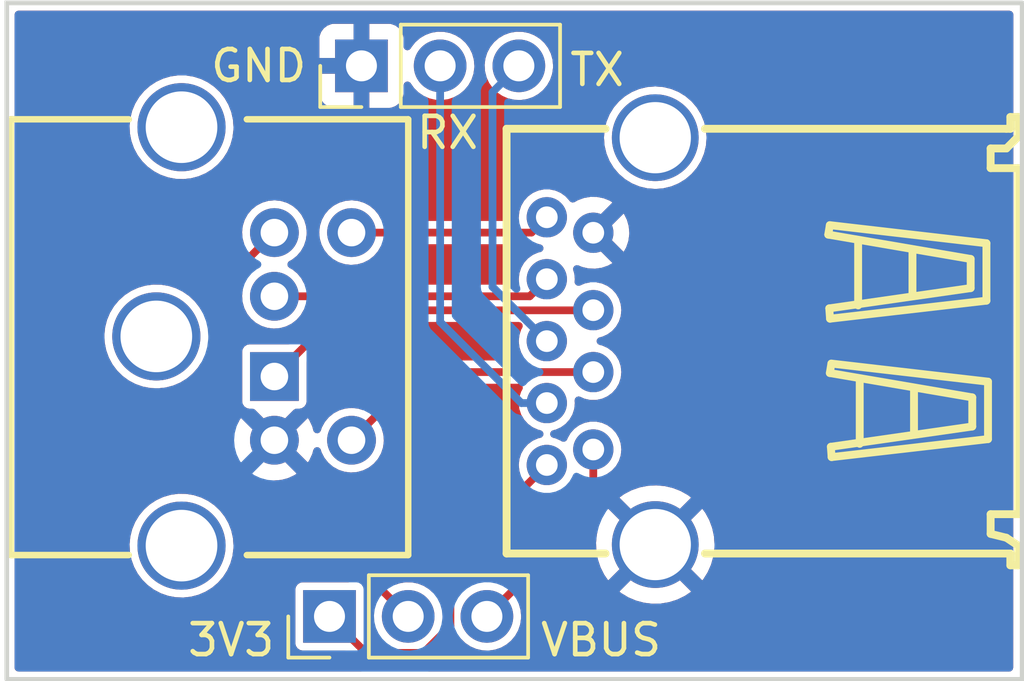
<source format=kicad_pcb>
(kicad_pcb (version 20211014) (generator pcbnew)
  (title_block (title "Pmod / USB3 adapters") (date "2023-02-25") (rev "${VERSION}") (comment 2 "2023 @somhi <@somhic at telegram>") (comment 3 "License: CC-BY-SA 4.0"))
  (layers (0 "F.Cu" signal) (31 "B.Cu" signal) (34 "B.Paste" user) (35 "F.Paste" user) (36 "B.SilkS" user "B.Silkscreen") (37 "F.SilkS" user "F.Silkscreen") (38 "B.Mask" user) (39 "F.Mask" user) (44 "Edge.Cuts" user))
  (property "VERSION" "0.7")
  (net 0 "")
  (net 1 "/PS2_KEYB_CLK")
  (net 2 "/PS2_KEYB_DAT")
  (net 3 "/PS2_MOUSE_CLK")
  (net 4 "/PS2_MOUSE_DAT")
  (net 5 "/UART_TXD")
  (net 6 "GND")
  (net 7 "/UART_RXD")
  (net 8 "Net-(J2-Pad9)")
  (net 9 "/VBUS")
  (net 10 "/VCC")
  (footprint "libraries:DINC_MIN_TM_6_1PRIMARY" (layer "F.Cu") (at 136.583 74.9626 90)
    (fp_text reference "J3" hide)
    (fp_text value "DINC_MIN_TM_6_1" hide)
    (fp_line (start -7.0612 12.827) (end -7.0612 7.62) (layer "F.SilkS") (width 0.2032))
    (fp_line (start -7.0612 12.827) (end -7.0612 7.62) (layer "F.SilkS") (width 0.2032))
    (fp_line (start 7.0104 3.81) (end 7.0104 0) (layer "F.SilkS") (width 0.2032))
    (fp_line (start -7.0612 3.81) (end -7.0612 0) (layer "F.SilkS") (width 0.2032))
    (fp_line (start -7.0612 0) (end 7.0104 0) (layer "F.SilkS") (width 0.2032))
    (fp_line (start 7.0104 3.81) (end 7.0104 0) (layer "F.SilkS") (width 0.2032))
    (fp_line (start -7.0612 12.827) (end 7.0104 12.827) (layer "F.SilkS") (width 0.2032))
    (fp_line (start -7.0612 12.827) (end 7.0104 12.827) (layer "F.SilkS") (width 0.2032))
    (fp_line (start -7.0612 0) (end 7.0104 0) (layer "F.SilkS") (width 0.2032))
    (fp_line (start 7.0104 12.827) (end 7.0104 7.62) (layer "F.SilkS") (width 0.2032))
    (fp_line (start 7.0104 12.827) (end 7.0104 7.62) (layer "F.SilkS") (width 0.2032))
    (fp_line (start -7.0612 3.81) (end -7.0612 0) (layer "F.SilkS") (width 0.2032))
    (pad "1" thru_hole rect (at -1.2954 8.509 90) (size 1.5748 1.5748) (drill 0.889) (layers *.Cu *.Mask) (net 2 "/PS2_KEYB_DAT"))
    (pad "2" thru_hole circle (at 1.2954 8.509 90) (size 1.5748 1.5748) (drill 0.889) (layers *.Cu *.Mask) (net 4 "/PS2_MOUSE_DAT"))
    (pad "3" thru_hole circle (at -3.3528 8.509 90) (size 1.5748 1.5748) (drill 0.889) (layers *.Cu *.Mask) (net 6 "GND"))
    (pad "4" thru_hole circle (at 3.3528 8.509 90) (size 1.5748 1.5748) (drill 0.889) (layers *.Cu *.Mask) (net 10 "/VCC"))
    (pad "5" thru_hole circle (at -3.3528 10.9982 90) (size 1.5748 1.5748) (drill 0.889) (layers *.Cu *.Mask) (net 1 "/PS2_KEYB_CLK"))
    (pad "6" thru_hole circle (at 3.3528 10.9982 90) (size 1.5748 1.5748) (drill 0.889) (layers *.Cu *.Mask) (net 3 "/PS2_MOUSE_CLK"))
    (pad "7" thru_hole circle (at -6.7564 5.5118 90) (size 2.8448 2.8448) (drill 2.3114) (layers *.Cu *.Mask))
    (pad "8" thru_hole circle (at 0 4.699 90) (size 2.8448 2.8448) (drill 2.3114) (layers *.Cu *.Mask))
    (pad "9" thru_hole circle (at 6.7564 5.5118 90) (size 2.8448 2.8448) (drill 2.3114) (layers *.Cu *.Mask))
  )
  (footprint "varis:USB-3.0-TH_C69073" (layer "F.Cu") (at 155.633 75.115 90)
    (fp_text reference "J2" hide)
    (fp_text value "USB3_A" hide)
    (fp_line (start 3.161 12.437) (end 1.307 12.437) (layer "F.SilkS") (width 0.254))
    (fp_line (start -3.412 7.416) (end -3.745 7.441) (layer "F.SilkS") (width 0.254))
    (fp_line (start -6.35 13.081) (end -6.224 12.573) (layer "F.SilkS") (width 0.254))
    (fp_line (start 3.44 7.332) (end 3.745 7.383) (layer "F.SilkS") (width 0.254))
    (fp_line (start -2.757 11.98) (end -3.412 7.416) (layer "F.SilkS") (width 0.254))
    (fp_line (start -6.859 3.355) (end -6.859 13.208) (layer "F.SilkS") (width 0.254))
    (fp_line (start -0.725 7.433) (end -1.03 7.383) (layer "F.SilkS") (width 0.254))
    (fp_line (start -3.316 8.348) (end -1.233 8.348) (layer "F.SilkS") (width 0.254))
    (fp_line (start -5.589 12.573) (end -5.589 13.335) (layer "F.SilkS") (width 0.254))
    (fp_line (start -1.03 7.383) (end -1.817 11.98) (layer "F.SilkS") (width 0.254))
    (fp_line (start 6.476 13.335) (end 6.603 13.462) (layer "F.SilkS") (width 0.254))
    (fp_line (start 7.238 13.208) (end 6.857 13.208) (layer "F.SilkS") (width 0.254))
    (fp_line (start 3.745 7.383) (end 3.161 12.437) (layer "F.SilkS") (width 0.254))
    (fp_line (start 1.713 11.929) (end 2.653 11.929) (layer "F.SilkS") (width 0.254))
    (fp_line (start -1.309 12.488) (end -0.725 7.433) (layer "F.SilkS") (width 0.254))
    (fp_line (start 1.154 8.297) (end 3.237 8.297) (layer "F.SilkS") (width 0.254))
    (fp_line (start -6.224 12.573) (end -5.589 12.573) (layer "F.SilkS") (width 0.254))
    (fp_line (start 5.587 13.462) (end 5.587 12.573) (layer "F.SilkS") (width 0.254))
    (fp_line (start 1.485 10.05) (end 2.932 10.05) (layer "F.SilkS") (width 0.254))
    (fp_line (start 1.307 12.437) (end 0.725 7.39) (layer "F.SilkS") (width 0.254))
    (fp_line (start -5.589 13.335) (end -5.589 13.462) (layer "F.SilkS") (width 0.254))
    (fp_line (start 6.858 0.144) (end 6.858 -3.048) (layer "F.SilkS") (width 0.254))
    (fp_line (start -6.859 13.208) (end -7.24 13.208) (layer "F.SilkS") (width 0.254))
    (fp_line (start 5.587 12.573) (end 6.222 12.573) (layer "F.SilkS") (width 0.254))
    (fp_line (start -3.164 12.488) (end -1.309 12.488) (layer "F.SilkS") (width 0.254))
    (fp_line (start 1.058 7.365) (end 1.713 11.929) (layer "F.SilkS") (width 0.254))
    (fp_line (start 6.858 -3.048) (end -6.858 -3.048) (layer "F.SilkS") (width 0.254))
    (fp_line (start -5.589 13.462) (end 5.587 13.462) (layer "F.SilkS") (width 0.254))
    (fp_line (start 6.857 13.208) (end 6.857 13.081) (layer "F.SilkS") (width 0.254))
    (fp_line (start -6.858 -3.048) (end -6.858 0.144) (layer "F.SilkS") (width 0.254))
    (fp_line (start 6.603 13.462) (end 7.238 13.462) (layer "F.SilkS") (width 0.254))
    (fp_line (start 6.222 13.081) (end 6.476 13.335) (layer "F.SilkS") (width 0.254))
    (fp_line (start -3.745 7.441) (end -3.164 12.488) (layer "F.SilkS") (width 0.254))
    (fp_line (start 2.653 11.929) (end 3.44 7.332) (layer "F.SilkS") (width 0.254))
    (fp_line (start 7.238 13.462) (end 7.238 13.208) (layer "F.SilkS") (width 0.254))
    (fp_line (start -7.24 13.462) (end -6.605 13.462) (layer "F.SilkS") (width 0.254))
    (fp_line (start 0.725 7.39) (end 1.058 7.365) (layer "F.SilkS") (width 0.254))
    (fp_line (start -2.986 10.1) (end -1.538 10.1) (layer "F.SilkS") (width 0.254))
    (fp_line (start -7.24 13.208) (end -7.24 13.462) (layer "F.SilkS") (width 0.254))
    (fp_line (start 6.858 13.081) (end 6.858 3.355) (layer "F.SilkS") (width 0.254))
    (fp_line (start -1.817 11.98) (end -2.757 11.98) (layer "F.SilkS") (width 0.254))
    (fp_line (start -6.605 13.462) (end -6.35 13.081) (layer "F.SilkS") (width 0.254))
    (fp_line (start 6.222 12.573) (end 6.222 13.081) (layer "F.SilkS") (width 0.254))
    (pad "1" thru_hole circle (at -3.5 -0.25 90) (size 1.3 1.3) (drill 0.7) (layers *.Cu *.Paste *.Mask) (net 9 "/VBUS"))
    (pad "2" thru_hole circle (at -1 -0.25 90) (size 1.3 1.3) (drill 0.7) (layers *.Cu *.Paste *.Mask) (net 1 "/PS2_KEYB_CLK"))
    (pad "3" thru_hole circle (at 1 -0.25 90) (size 1.3 1.3) (drill 0.7) (layers *.Cu *.Paste *.Mask) (net 2 "/PS2_KEYB_DAT"))
    (pad "4" thru_hole circle (at 3.5 -0.25 90) (size 1.3 1.3) (drill 0.7) (layers *.Cu *.Paste *.Mask) (net 6 "GND"))
    (pad "5" thru_hole circle (at 4 -1.75 90) (size 1.3 1.3) (drill 0.7) (layers *.Cu *.Paste *.Mask) (net 3 "/PS2_MOUSE_CLK"))
    (pad "6" thru_hole circle (at 2 -1.75 90) (size 1.3 1.3) (drill 0.7) (layers *.Cu *.Paste *.Mask) (net 4 "/PS2_MOUSE_DAT"))
    (pad "7" thru_hole circle (at 0 -1.75 90) (size 1.3 1.3) (drill 0.7) (layers *.Cu *.Paste *.Mask) (net 5 "/UART_TXD"))
    (pad "8" thru_hole circle (at -2 -1.75 90) (size 1.3 1.3) (drill 0.7) (layers *.Cu *.Paste *.Mask) (net 7 "/UART_RXD"))
    (pad "9" thru_hole circle (at -4 -1.75 90) (size 1.3 1.3) (drill 0.7) (layers *.Cu *.Paste *.Mask) (net 8 "Net-(J2-Pad9)"))
    (pad "10" thru_hole circle (at -6.57 1.75 90) (size 2.8 2.8) (drill 2.3) (layers *.Cu *.Paste *.Mask) (net 6 "GND"))
    (pad "11" thru_hole circle (at 6.57 1.75 90) (size 2.8 2.8) (drill 2.3) (layers *.Cu *.Paste *.Mask))
  )
  (footprint "Connector_PinHeader_2.54mm:PinHeader_1x03_P2.54mm_Vertical" (layer "F.Cu") (at 146.87 84.005 90)
    (fp_text reference "JP1" hide)
    (fp_text value "Conn_01x03" hide)
    (fp_line (start -1.33 -1.33) (end 0 -1.33) (layer "F.SilkS") (width 0.12))
    (fp_line (start -1.33 1.27) (end 1.33 1.27) (layer "F.SilkS") (width 0.12))
    (fp_line (start 1.33 1.27) (end 1.33 6.41) (layer "F.SilkS") (width 0.12))
    (fp_line (start -1.33 6.41) (end 1.33 6.41) (layer "F.SilkS") (width 0.12))
    (fp_line (start -1.33 1.27) (end -1.33 6.41) (layer "F.SilkS") (width 0.12))
    (fp_line (start -1.33 0) (end -1.33 -1.33) (layer "F.SilkS") (width 0.12))
    (pad "1" thru_hole rect (at 0 0 90) (size 1.7 1.7) (drill 1) (layers *.Cu *.Mask) (net 8 "Net-(J2-Pad9)"))
    (pad "2" thru_hole oval (at 0 2.54 90) (size 1.7 1.7) (drill 1) (layers *.Cu *.Mask) (net 10 "/VCC"))
    (pad "3" thru_hole oval (at 0 5.08 90) (size 1.7 1.7) (drill 1) (layers *.Cu *.Mask) (net 9 "/VBUS"))
  )
  (footprint "Connector_PinHeader_2.54mm:PinHeader_1x03_P2.54mm_Vertical" (layer "F.Cu") (at 147.901 66.225 90)
    (fp_text reference "J4" hide)
    (fp_text value "Conn_01x03" hide)
    (fp_line (start -1.33 0) (end -1.33 -1.33) (layer "F.SilkS") (width 0.12))
    (fp_line (start -1.33 -1.33) (end 0 -1.33) (layer "F.SilkS") (width 0.12))
    (fp_line (start -1.33 1.27) (end 1.33 1.27) (layer "F.SilkS") (width 0.12))
    (fp_line (start -1.33 6.41) (end 1.33 6.41) (layer "F.SilkS") (width 0.12))
    (fp_line (start 1.33 1.27) (end 1.33 6.41) (layer "F.SilkS") (width 0.12))
    (fp_line (start -1.33 1.27) (end -1.33 6.41) (layer "F.SilkS") (width 0.12))
    (pad "1" thru_hole rect (at 0 0 90) (size 1.7 1.7) (drill 1) (layers *.Cu *.Mask) (net 6 "GND"))
    (pad "2" thru_hole oval (at 0 2.54 90) (size 1.7 1.7) (drill 1) (layers *.Cu *.Mask) (net 7 "/UART_RXD"))
    (pad "3" thru_hole oval (at 0 5.08 90) (size 1.7 1.7) (drill 1) (layers *.Cu *.Mask) (net 5 "/UART_TXD"))
  )
  (gr_rect (start 136.456 64.193) (end 169.222 86.037) (layer "Edge.Cuts") (width 0.15) (fill none))
  (gr_text "TX" (at 155.506 66.352) (layer "F.SilkS") (effects (font (size 1 1))))
  (gr_text "GND\n" (at 144.584 66.225) (layer "F.SilkS") (effects (font (size 1 1))))
  (gr_text "VBUS" (at 155.633 84.767) (layer "F.SilkS") (effects (font (size 1 1))))
  (gr_text "3V3\n" (at 143.695 84.767) (layer "F.SilkS") (effects (font (size 1 1))))
  (gr_text "RX" (at 150.68 68.384) (layer "F.SilkS") (effects (font (size 1 1))))
  (segment (start 149.7816 76.115) (end 155.383 76.115) (width 0.25) (layer "F.Cu") (net 1))
  (segment (start 147.5812 78.3154) (end 149.7816 76.115) (width 0.25) (layer "F.Cu") (net 1))
  (segment (start 155.3776 74.1204) (end 155.383 74.115) (width 0.25) (layer "F.Cu") (net 2))
  (segment (start 147.2296 74.1204) (end 155.3776 74.1204) (width 0.25) (layer "F.Cu") (net 2))
  (segment (start 145.092 76.258) (end 147.2296 74.1204) (width 0.25) (layer "F.Cu") (net 2))
  (segment (start 147.5812 71.6098) (end 153.3882 71.6098) (width 0.25) (layer "F.Cu") (net 3))
  (segment (start 153.3882 71.6098) (end 153.883 71.115) (width 0.25) (layer "F.Cu") (net 3))
  (segment (start 153.3308 73.6672) (end 153.883 73.115) (width 0.25) (layer "F.Cu") (net 4))
  (segment (start 145.092 73.6672) (end 153.3308 73.6672) (width 0.25) (layer "F.Cu") (net 4))
  (segment (start 152.131 73.363) (end 153.883 75.115) (width 0.25) (layer "B.Cu") (net 5))
  (segment (start 152.131 67.075) (end 152.131 73.363) (width 0.25) (layer "B.Cu") (net 5))
  (segment (start 152.981 66.225) (end 152.131 67.075) (width 0.25) (layer "B.Cu") (net 5))
  (segment (start 150.441 74.495) (end 150.441 66.225) (width 0.25) (layer "B.Cu") (net 7))
  (segment (start 153.883 77.115) (end 153.061 77.115) (width 0.25) (layer "B.Cu") (net 7))
  (segment (start 153.061 77.115) (end 150.441 74.495) (width 0.25) (layer "B.Cu") (net 7))
  (segment (start 150.7718 82.2262) (end 153.883 79.115) (width 0.25) (layer "F.Cu") (net 8))
  (segment (start 146.87 84.005) (end 148.0482 85.1832) (width 0.25) (layer "F.Cu") (net 8))
  (segment (start 149.898027 85.1832) (end 150.7718 84.309427) (width 0.25) (layer "F.Cu") (net 8))
  (segment (start 150.7718 84.309427) (end 150.7718 82.2262) (width 0.25) (layer "F.Cu") (net 8))
  (segment (start 148.0482 85.1832) (end 149.898027 85.1832) (width 0.25) (layer "F.Cu") (net 8))
  (segment (start 155.383 80.572) (end 155.383 78.615) (width 0.25) (layer "F.Cu") (net 9))
  (segment (start 151.95 84.005) (end 155.383 80.572) (width 0.25) (layer "F.Cu") (net 9))
  (segment (start 143.314 78.671) (end 145.473 80.83) (width 0.25) (layer "F.Cu") (net 10))
  (segment (start 145.092 71.6098) (end 143.314 73.3878) (width 0.25) (layer "F.Cu") (net 10))
  (segment (start 143.314 73.3878) (end 143.314 78.671) (width 0.25) (layer "F.Cu") (net 10))
  (segment (start 145.473 80.83) (end 146.235 80.83) (width 0.25) (layer "F.Cu") (net 10))
  (segment (start 146.235 80.83) (end 149.41 84.005) (width 0.25) (layer "F.Cu") (net 10))
  (zone (net 6) (net_name "GND") (layer "F.Cu") (connect_pads (clearance 0.25)) (min_thickness 0.254) (fill yes (thermal_gap 0.508) (thermal_bridge_width 0.508))
    (polygon (pts (xy 168.933853 85.911863) (xy 136.252205 85.903698) (xy 136.236965 64.140978) (xy 168.938933 64.098343)))
  )
  (zone (net 6) (net_name "GND") (layer "B.Cu") (connect_pads (clearance 0.25)) (min_thickness 0.254) (fill yes (thermal_gap 0.508) (thermal_bridge_width 0.508))
    (polygon (pts (xy 168.934448 86.070565) (xy 136.2528 86.0624) (xy 136.23756 64.29968) (xy 168.939528 64.257045)))
  )
)
</source>
